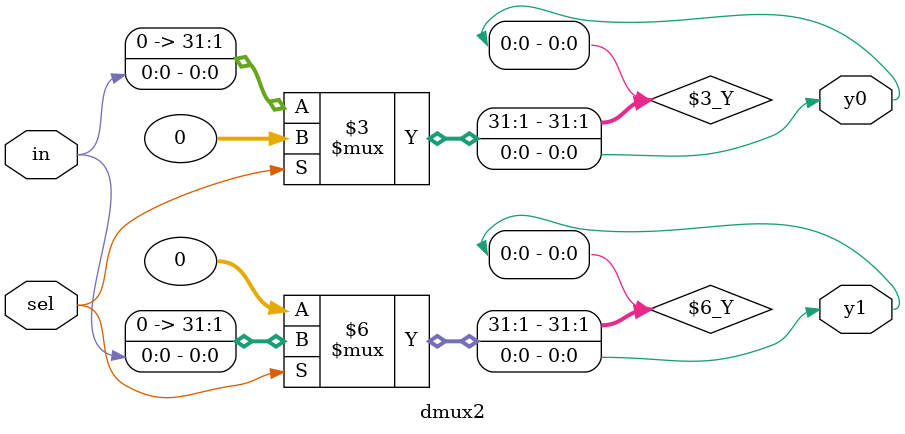
<source format=v>
module dmux2(
	input wire in,
	input wire sel,
	output wire y0,
	output wire y1
);
	assign y0=(sel==0)?in:0;
	assign y1=(sel==1)?in:0;
endmodule
</source>
